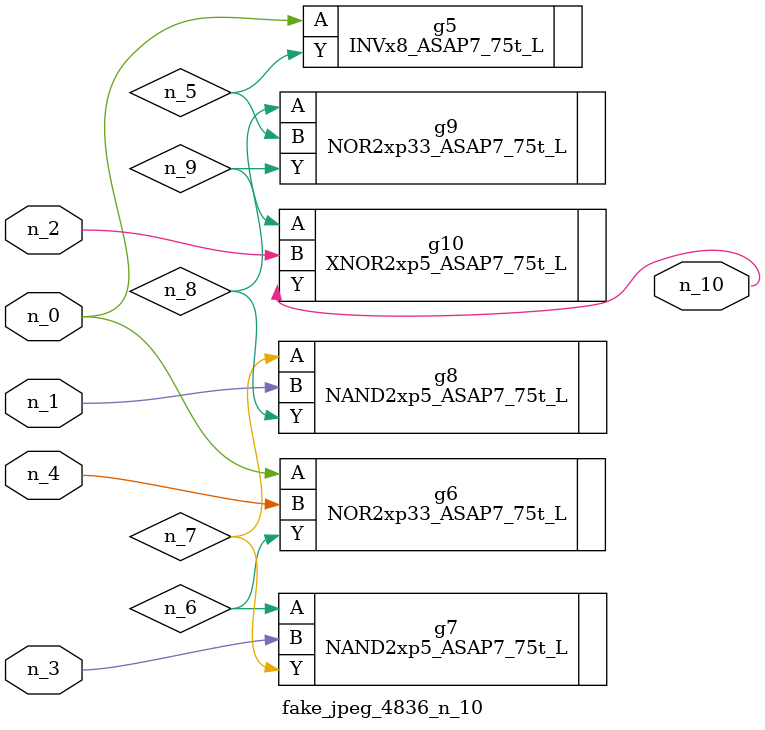
<source format=v>
module fake_jpeg_4836_n_10 (n_3, n_2, n_1, n_0, n_4, n_10);

input n_3;
input n_2;
input n_1;
input n_0;
input n_4;

output n_10;

wire n_8;
wire n_9;
wire n_6;
wire n_5;
wire n_7;

INVx8_ASAP7_75t_L g5 ( 
.A(n_0),
.Y(n_5)
);

NOR2xp33_ASAP7_75t_L g6 ( 
.A(n_0),
.B(n_4),
.Y(n_6)
);

NAND2xp5_ASAP7_75t_L g7 ( 
.A(n_6),
.B(n_3),
.Y(n_7)
);

NAND2xp5_ASAP7_75t_L g8 ( 
.A(n_7),
.B(n_1),
.Y(n_8)
);

NOR2xp33_ASAP7_75t_L g9 ( 
.A(n_8),
.B(n_5),
.Y(n_9)
);

XNOR2xp5_ASAP7_75t_L g10 ( 
.A(n_9),
.B(n_2),
.Y(n_10)
);


endmodule
</source>
